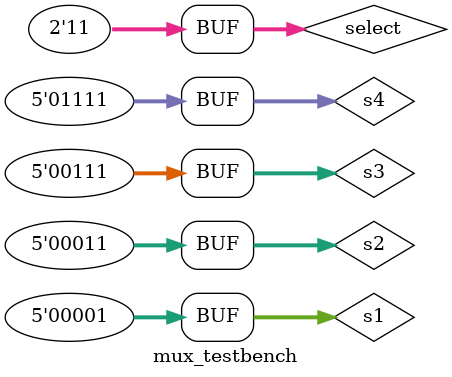
<source format=v>
`define DELAY 20
module mux_testbench(); 
reg[4:0] s1;
reg[4:0] s2;
reg[4:0] s3;
reg[4:0] s4;

reg[1:0] select;
wire[4:0] result;

mux1 MUX(result,select, s1,s2,s3,s4);
initial begin
s1 = 5'b00001; s2 = 5'b00011;s3 = 5'b00111; s4 = 5'b01111; select = 2'b00;
#`DELAY;
s1 = 5'b00001; s2 = 5'b00011;s3 = 5'b00111; s4 = 5'b01111; select = 2'b01;
#`DELAY;
s1 = 5'b00001; s2 = 5'b00011;s3 = 5'b00111; s4 = 5'b01111; select = 2'b10;
#`DELAY;
s1 = 5'b00001; s2 = 5'b00011;s3 = 5'b00111; s4 = 5'b01111; select = 2'b11;
end
 
 
initial
begin
$monitor("time = %2d, s1 =%5.1b, s2=%5.1b, s3=%5.1b, s4=%5.1b, select=%2.1b, result=%5.1b", $time, s1, s2,s3,s4, select, result);
end
 
endmodule
</source>
